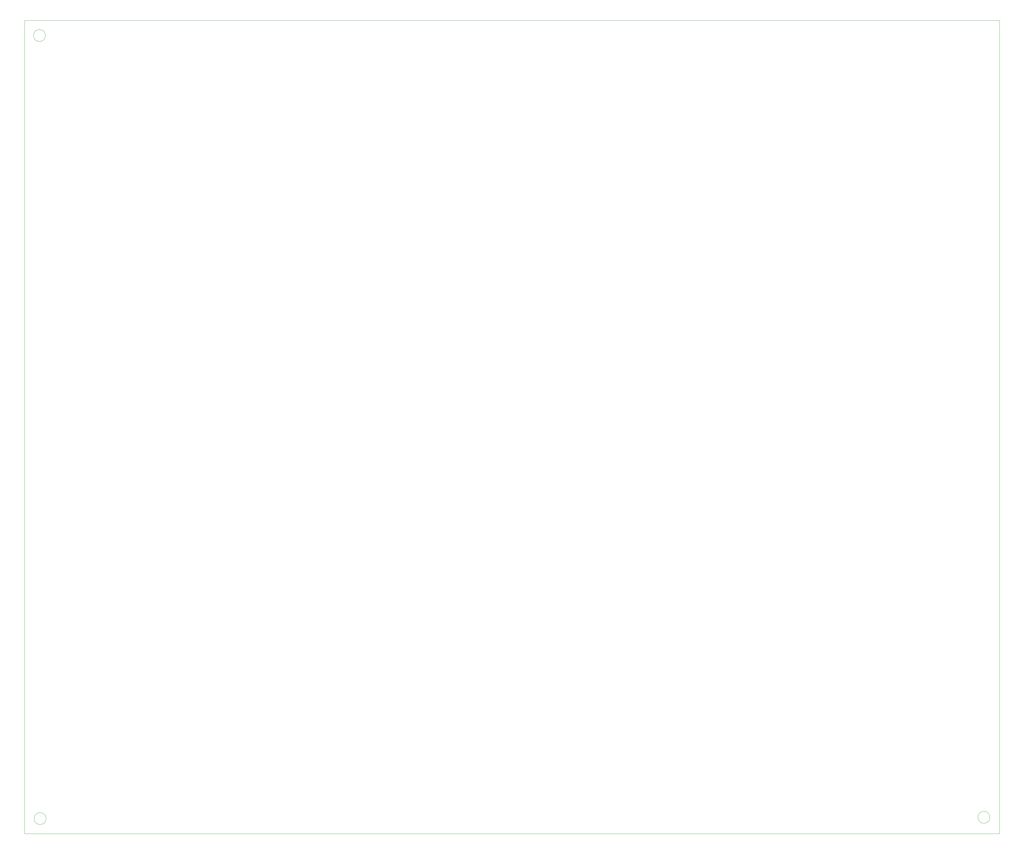
<source format=gbr>
%TF.GenerationSoftware,KiCad,Pcbnew,8.0.0*%
%TF.CreationDate,2024-03-10T17:08:53+00:00*%
%TF.ProjectId,Commodore PC10 III,436f6d6d-6f64-46f7-9265-205043313020,1.0*%
%TF.SameCoordinates,Original*%
%TF.FileFunction,Profile,NP*%
%FSLAX46Y46*%
G04 Gerber Fmt 4.6, Leading zero omitted, Abs format (unit mm)*
G04 Created by KiCad (PCBNEW 8.0.0) date 2024-03-10 17:08:53*
%MOMM*%
%LPD*%
G01*
G04 APERTURE LIST*
%TA.AperFunction,Profile*%
%ADD10C,0.100000*%
%TD*%
G04 APERTURE END LIST*
D10*
X428130001Y-337860000D02*
G75*
G02*
X424170203Y-337860000I-1979899J0D01*
G01*
X424170203Y-337860000D02*
G75*
G02*
X428130001Y-337860000I1979899J0D01*
G01*
X114999899Y-338260102D02*
G75*
G02*
X111040101Y-338260102I-1979899J0D01*
G01*
X111040101Y-338260102D02*
G75*
G02*
X114999899Y-338260102I1979899J0D01*
G01*
X107830000Y-73150000D02*
X431350000Y-73150000D01*
X431350000Y-343230000D01*
X107830000Y-343230000D01*
X107830000Y-73150000D01*
X114749899Y-78200102D02*
G75*
G02*
X110790101Y-78200102I-1979899J0D01*
G01*
X110790101Y-78200102D02*
G75*
G02*
X114749899Y-78200102I1979899J0D01*
G01*
M02*

</source>
